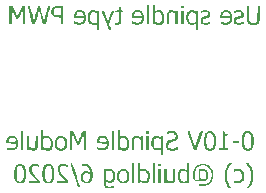
<source format=gbr>
G04 DipTrace 4.0.0.2*
G04 BottomSilk.gbr*
%MOIN*%
G04 #@! TF.FileFunction,Legend,Bot*
G04 #@! TF.Part,Single*
%FSLAX26Y26*%
G04*
G70*
G90*
G75*
G01*
G04 BotSilk*
%LPD*%
G36*
X706631Y611452D2*
Y570507D1*
X713717D1*
Y573657D1*
X714559Y574183D1*
X715292Y574444D1*
X717654Y572082D1*
X722379Y569720D1*
X724741Y568933D1*
X731827D1*
X734190Y569720D1*
X737339Y571295D1*
X741276Y575232D1*
X743639Y579956D1*
X744426Y582318D1*
X745213Y585468D1*
Y601216D1*
X743639Y605941D1*
X742064Y609090D1*
X740489Y611452D1*
X736552Y615389D1*
X731827Y617752D1*
X729465Y618539D1*
X721591D1*
X716867Y616964D1*
X715292Y616177D1*
X714457Y615322D1*
X714049Y615449D1*
X713717Y616177D1*
Y636649D1*
X706631D1*
Y611452D1*
X720016D1*
X722904Y612240D1*
X725791D1*
X728678Y611452D1*
X731040Y610665D1*
X731827Y609878D1*
X733402Y609090D1*
X734037Y608074D1*
X734190Y607515D1*
X735764Y605153D1*
X736552Y603578D1*
X737339Y600429D1*
X738127Y599641D1*
Y587043D1*
X737339Y586256D1*
X736552Y583106D1*
X735764Y581531D1*
Y580744D1*
X732615Y577594D1*
X730253Y576807D1*
X727628Y576019D1*
X725003D1*
X722379Y576807D1*
X720016Y577594D1*
X715292Y579956D1*
X713717Y581531D1*
Y609090D1*
X716867Y610665D1*
X720016Y611452D1*
X706631D1*
G37*
G36*
X960961D2*
Y570507D1*
X968048D1*
Y573657D1*
X968889Y574183D1*
X969623Y574444D1*
X971985Y572082D1*
X976709Y569720D1*
X979072Y568933D1*
X986158D1*
X988520Y569720D1*
X991670Y571295D1*
X995607Y575232D1*
X997969Y579956D1*
X998757Y582318D1*
X999544Y585468D1*
Y601216D1*
X997969Y605941D1*
X996394Y609090D1*
X994820Y611452D1*
X990883Y615389D1*
X986158Y617752D1*
X983796Y618539D1*
X975922D1*
X971198Y616964D1*
X969623Y616177D1*
X968788Y615322D1*
X968380Y615449D1*
X968048Y616177D1*
Y636649D1*
X960961D1*
Y611452D1*
X974347D1*
X977234Y612240D1*
X980121D1*
X983009Y611452D1*
X985371Y610665D1*
X986158Y609878D1*
X987733Y609090D1*
X988367Y608074D1*
X988520Y607515D1*
X990095Y605153D1*
X990883Y603578D1*
X991670Y600429D1*
X992457Y599641D1*
Y587043D1*
X991670Y586256D1*
X990883Y583106D1*
X990095Y581531D1*
Y580744D1*
X986946Y577594D1*
X984583Y576807D1*
X981959Y576019D1*
X979334D1*
X976709Y576807D1*
X974347Y577594D1*
X969623Y579956D1*
X968048Y581531D1*
Y609090D1*
X971198Y610665D1*
X974347Y611452D1*
X960961D1*
G37*
G36*
X638914Y635862D2*
Y570507D1*
X646001D1*
Y635862D1*
X638914D1*
G37*
G36*
X941276D2*
Y570507D1*
X948363D1*
Y635862D1*
X941276D1*
G37*
G36*
X1136552Y634287D2*
X1131827Y633500D1*
X1128678Y632712D1*
X1126316Y631925D1*
X1124741Y631137D1*
X1123953Y630350D1*
Y620901D1*
X1127103Y623263D1*
X1127890Y624051D1*
X1131040Y625626D1*
X1133402Y626413D1*
X1139701Y627988D1*
X1142851D1*
X1146001Y627200D1*
X1148363Y626413D1*
X1149938Y625626D1*
X1153875Y621689D1*
Y620901D1*
X1154662Y620114D1*
Y614602D1*
X1153875Y613815D1*
Y612240D1*
X1150725Y609090D1*
X1149150Y608303D1*
X1144426Y606728D1*
X1134977Y604366D1*
X1130253Y602791D1*
X1128678Y602004D1*
X1126316Y600429D1*
X1123953Y598067D1*
X1121591Y593342D1*
X1120804Y588618D1*
Y587043D1*
X1121591Y583106D1*
X1122379Y580744D1*
X1123953Y577594D1*
X1126316Y574444D1*
X1129465Y572082D1*
X1132615Y570507D1*
X1134977Y569720D1*
X1138127Y568933D1*
X1148363D1*
X1153087Y569720D1*
X1157812Y571295D1*
X1161749Y572870D1*
X1162536Y573657D1*
Y583893D1*
X1159387Y580744D1*
X1153087Y577594D1*
X1148363Y576019D1*
X1144951Y575232D1*
X1141539D1*
X1138127Y576019D1*
X1135764Y576807D1*
X1132615Y578381D1*
X1130253Y580744D1*
Y581531D1*
X1129465Y583893D1*
X1128678Y584681D1*
Y587830D1*
X1129465Y588618D1*
X1131040Y592555D1*
X1131193Y593113D1*
X1131827Y594130D1*
X1134977Y595704D1*
X1139701Y597279D1*
X1149150Y599641D1*
X1151513Y600429D1*
X1156237Y602791D1*
X1160174Y606728D1*
X1161749Y609878D1*
X1162536Y613027D1*
Y619326D1*
X1161749Y622476D1*
X1160174Y625626D1*
X1154662Y631137D1*
X1151513Y632712D1*
X1149150Y633500D1*
X1146001Y634287D1*
X1136552D1*
G37*
G36*
X1254662Y627200D2*
X1253875Y626413D1*
X1252300Y623263D1*
X1250725Y618539D1*
X1249938Y614602D1*
X1249150Y607515D1*
Y594917D1*
X1249938Y588618D1*
X1250725Y584681D1*
X1252300Y579956D1*
X1253875Y576807D1*
X1255450Y574444D1*
X1257812Y572082D1*
X1260174Y570507D1*
X1264898Y568933D1*
X1272772D1*
X1275922Y569720D1*
X1279072Y571295D1*
X1283009Y575232D1*
X1284583Y577594D1*
X1285371Y579169D1*
X1286946Y583893D1*
X1287733Y587043D1*
X1288520Y591767D1*
Y611452D1*
X1287733Y616177D1*
X1286946Y619326D1*
X1285371Y624051D1*
X1283796Y627200D1*
X1279072Y631925D1*
X1275922Y633500D1*
X1272772Y634287D1*
X1265686D1*
X1262536Y633500D1*
X1257812Y631137D1*
X1255450Y628775D1*
X1254662Y627200D1*
X1264898D1*
X1267523Y627988D1*
X1270148D1*
X1272772Y627200D1*
X1275922Y625626D1*
X1276556Y624609D1*
X1276709Y624051D1*
X1278284Y621689D1*
X1279072Y619326D1*
X1279859Y615389D1*
X1280646Y614602D1*
Y588618D1*
X1279859Y587830D1*
X1279072Y583893D1*
X1278284Y581531D1*
X1276709Y579169D1*
X1276451Y578214D1*
X1275922Y577594D1*
X1272772Y576019D1*
X1270410Y575232D1*
X1268048D1*
X1263324Y576807D1*
X1260174Y579956D1*
Y580744D1*
X1259387Y582318D1*
X1258599Y585468D1*
X1257812Y590980D1*
X1257024Y591767D1*
Y611452D1*
X1257812Y612240D1*
X1258599Y617752D1*
X1259387Y620901D1*
X1260174Y622476D1*
Y623263D1*
X1263324Y626413D1*
X1264898Y627200D1*
X1254662D1*
G37*
G36*
X1380646D2*
X1379859Y626413D1*
X1378284Y623263D1*
X1376709Y618539D1*
X1375922Y614602D1*
X1375135Y607515D1*
Y594917D1*
X1375922Y588618D1*
X1376709Y584681D1*
X1378284Y579956D1*
X1379859Y576807D1*
X1381434Y574444D1*
X1383796Y572082D1*
X1386158Y570507D1*
X1390883Y568933D1*
X1398757D1*
X1401906Y569720D1*
X1405056Y571295D1*
X1408993Y575232D1*
X1410568Y577594D1*
X1411355Y579169D1*
X1412930Y583893D1*
X1413717Y587043D1*
X1414505Y591767D1*
Y611452D1*
X1413717Y616177D1*
X1412930Y619326D1*
X1411355Y624051D1*
X1409780Y627200D1*
X1405056Y631925D1*
X1401906Y633500D1*
X1398757Y634287D1*
X1391670D1*
X1388520Y633500D1*
X1383796Y631137D1*
X1381434Y628775D1*
X1380646Y627200D1*
X1390883D1*
X1393507Y627988D1*
X1396132D1*
X1398757Y627200D1*
X1401906Y625626D1*
X1402541Y624609D1*
X1402694Y624051D1*
X1404268Y621689D1*
X1405056Y619326D1*
X1405843Y615389D1*
X1406631Y614602D1*
Y588618D1*
X1405843Y587830D1*
X1405056Y583893D1*
X1404268Y581531D1*
X1402694Y579169D1*
X1402435Y578214D1*
X1401906Y577594D1*
X1398757Y576019D1*
X1396394Y575232D1*
X1394032D1*
X1389308Y576807D1*
X1386158Y579956D1*
Y580744D1*
X1385371Y582318D1*
X1384583Y585468D1*
X1383796Y590980D1*
X1383009Y591767D1*
Y611452D1*
X1383796Y612240D1*
X1384583Y617752D1*
X1385371Y620901D1*
X1386158Y622476D1*
Y623263D1*
X1389308Y626413D1*
X1390883Y627200D1*
X1380646D1*
G37*
G36*
X802694Y632712D2*
Y570507D1*
X809780D1*
Y623263D1*
X810368Y623769D1*
X810776Y623723D1*
X811318Y623185D1*
X811740Y622461D1*
X812142Y621689D1*
X812930Y619326D1*
X815292Y614602D1*
X816079Y612240D1*
X818442Y607515D1*
X819229Y605153D1*
X821591Y600429D1*
X822379Y598067D1*
X824741Y593342D1*
X825528Y590980D1*
X827103Y587830D1*
X831827D1*
X834977Y594130D1*
X835764Y596492D1*
X837339Y599641D1*
X838127Y602004D1*
X840489Y606728D1*
X841276Y609090D1*
X843639Y613815D1*
X844426Y616177D1*
X846788Y620901D1*
X847576Y623263D1*
X848164Y623769D1*
X848572Y623723D1*
X849150Y623263D1*
Y570507D1*
X855450D1*
Y632712D1*
X845213D1*
X844426Y631925D1*
X843639Y629563D1*
X840489Y623263D1*
X839701Y620901D1*
X837339Y616177D1*
X836552Y613815D1*
X833402Y607515D1*
X832615Y605153D1*
X830253Y600429D1*
Y598854D1*
X829293Y598032D1*
X828382Y598134D1*
X827890Y598854D1*
Y600429D1*
X826316Y603578D1*
X825528Y605941D1*
X823166Y610665D1*
X822379Y613027D1*
X820804Y616177D1*
X820016Y618539D1*
X818442Y621689D1*
X817654Y624051D1*
X815292Y628775D1*
X814505Y631137D1*
X813717Y632712D1*
X802694D1*
G37*
G36*
X1056237D2*
Y625626D1*
X1064898D1*
Y632712D1*
X1056237D1*
G37*
G36*
X1194032D2*
Y631137D1*
X1200331Y612240D1*
X1201119Y610665D1*
X1207418Y591767D1*
X1208205Y590193D1*
X1214505Y571295D1*
X1215292Y570507D1*
X1223953D1*
X1230253Y589405D1*
X1231040Y590980D1*
X1237339Y609878D1*
X1238127Y611452D1*
X1244426Y630350D1*
X1245213Y631925D1*
Y632712D1*
X1237339D1*
X1236552Y631925D1*
X1220016Y582318D1*
X1219817Y581390D1*
X1219183Y580671D1*
X1218777Y580802D1*
X1218270Y581669D1*
X1218442Y582318D1*
X1201906Y631925D1*
X1201119Y632712D1*
X1194032D1*
G37*
G36*
X1311355D2*
Y576807D1*
X1300331Y576019D1*
Y570507D1*
X1329465D1*
Y576019D1*
X1318442Y576807D1*
Y618539D1*
X1329465Y619326D1*
Y624051D1*
X1324741Y624838D1*
X1321591Y625626D1*
X1320016Y626413D1*
X1317654Y628775D1*
Y630350D1*
X1316867Y632712D1*
X1311355D1*
G37*
G36*
X594032Y612240D2*
X593245Y611452D1*
X591670Y609090D1*
X590883Y606728D1*
X590095Y603578D1*
Y593342D1*
X622379Y592555D1*
Y587043D1*
X621591Y586256D1*
X620804Y583893D1*
Y583106D1*
X616867Y579169D1*
X613717Y577594D1*
X611355Y576807D1*
X608205Y576019D1*
X605056D1*
X598757Y577594D1*
X596394Y578381D1*
X591670Y580744D1*
X590883Y581531D1*
Y573657D1*
X591670Y572870D1*
X595607Y571295D1*
X601906Y569720D1*
X611355D1*
X614505Y570507D1*
X616867Y571295D1*
X621591Y573657D1*
X625528Y577594D1*
X627103Y579956D1*
X627890Y581531D1*
X629465Y586256D1*
X630253Y593342D1*
Y594130D1*
X629465Y601216D1*
X627890Y605941D1*
X626316Y609090D1*
X624741Y611452D1*
X622379Y613815D1*
X619229Y616177D1*
X617654Y616964D1*
X615292Y617752D1*
X612142Y618539D1*
X604268D1*
X601119Y617752D1*
X597969Y616177D1*
X594032Y612240D1*
X604268D1*
X607156Y613027D1*
X610043D1*
X612930Y612240D1*
X615292Y611452D1*
X616867Y610665D1*
X620804Y606728D1*
Y605941D1*
X621591Y603578D1*
X622379Y602791D1*
Y599641D1*
X613717Y598854D1*
X605056D1*
X596394Y599641D1*
Y601216D1*
X597182Y602004D1*
X597969Y605941D1*
X598757Y607515D1*
Y608303D1*
X601119Y610665D1*
X604268Y612240D1*
X594032D1*
G37*
G36*
X756237Y611452D2*
Y610665D1*
X754662Y609090D1*
X753087Y605941D1*
X752300Y603578D1*
X751513Y600429D1*
Y587043D1*
X752300Y583893D1*
X753087Y581531D1*
X755450Y576807D1*
X760174Y572082D1*
X764898Y569720D1*
X768048Y568933D1*
X775922D1*
X779072Y569720D1*
X781434Y570507D1*
X783796Y572082D1*
X788520Y576807D1*
X790095Y579169D1*
X790883Y581531D1*
X791670Y583106D1*
X792457Y586256D1*
Y601216D1*
X791670Y604366D1*
X790883Y606728D1*
X790095Y608303D1*
X788520Y610665D1*
X783796Y615389D1*
X779072Y617752D1*
X775922Y618539D1*
X768048D1*
X764898Y617752D1*
X760174Y615389D1*
X756237Y611452D1*
X768048D1*
X770673Y612240D1*
X773297D1*
X775922Y611452D1*
X778284Y610665D1*
X779859Y609878D1*
X782221Y607515D1*
Y606728D1*
X783796Y603578D1*
X784583Y601216D1*
X785371Y600429D1*
Y587830D1*
X784583Y587043D1*
X783796Y583893D1*
X782221Y580744D1*
Y579956D1*
X779859Y577594D1*
X778284Y576807D1*
X775922Y576019D1*
X773297Y575232D1*
X770673D1*
X768048Y576019D1*
X765686Y576807D1*
X764898Y577594D1*
X763324Y578381D1*
X762390Y579267D1*
X762536Y579956D1*
X760961Y582318D1*
X760174Y584681D1*
X759387Y587830D1*
X758599Y588618D1*
Y598854D1*
X759387Y599641D1*
X760174Y602791D1*
X760961Y605153D1*
X762536Y607515D1*
X762689Y608074D1*
X763324Y609090D1*
X768048Y611452D1*
X756237D1*
G37*
G36*
X896394Y612240D2*
X895607Y611452D1*
X894032Y609090D1*
X893245Y606728D1*
X892457Y603578D1*
Y593342D1*
X924741Y592555D1*
Y587043D1*
X923953Y586256D1*
X923166Y583893D1*
Y583106D1*
X919229Y579169D1*
X916079Y577594D1*
X913717Y576807D1*
X910568Y576019D1*
X907418D1*
X901119Y577594D1*
X898757Y578381D1*
X894032Y580744D1*
X893245Y581531D1*
Y573657D1*
X894032Y572870D1*
X897969Y571295D1*
X904268Y569720D1*
X913717D1*
X916867Y570507D1*
X919229Y571295D1*
X923953Y573657D1*
X927890Y577594D1*
X929465Y579956D1*
X930253Y581531D1*
X931827Y586256D1*
X932615Y593342D1*
Y594130D1*
X931827Y601216D1*
X930253Y605941D1*
X928678Y609090D1*
X927103Y611452D1*
X924741Y613815D1*
X921591Y616177D1*
X920016Y616964D1*
X917654Y617752D1*
X914505Y618539D1*
X906631D1*
X903481Y617752D1*
X900331Y616177D1*
X896394Y612240D1*
X906631D1*
X909518Y613027D1*
X912405D1*
X915292Y612240D1*
X917654Y611452D1*
X919229Y610665D1*
X923166Y606728D1*
Y605941D1*
X923953Y603578D1*
X924741Y602791D1*
Y599641D1*
X916079Y598854D1*
X907418D1*
X898757Y599641D1*
Y601216D1*
X899544Y602004D1*
X900331Y605941D1*
X901119Y607515D1*
Y608303D1*
X903481Y610665D1*
X906631Y612240D1*
X896394D1*
G37*
G36*
X1020016Y618539D2*
X1016867Y617752D1*
X1015292Y616964D1*
X1011355Y613027D1*
X1009780Y609878D1*
X1008993Y607515D1*
Y570507D1*
X1015292D1*
X1016079Y598067D1*
X1016867Y605941D1*
Y607515D1*
X1019229Y609878D1*
X1020804Y610665D1*
X1023429Y611452D1*
X1026053D1*
X1028678Y610665D1*
X1031040Y609878D1*
X1032615Y609090D1*
X1033402Y608303D1*
X1034977Y607515D1*
X1037339Y605153D1*
Y570507D1*
X1044426D1*
Y616964D1*
X1037339D1*
Y613027D1*
X1036504Y612172D1*
X1036097Y612300D1*
X1035764Y613027D1*
X1034190Y614602D1*
X1031827Y616177D1*
X1028678Y617752D1*
X1025528Y618539D1*
X1020016D1*
G37*
G36*
X1076709Y610665D2*
X1076451Y609710D1*
X1075922Y609090D1*
X1075135Y607515D1*
X1074347Y605153D1*
X1073560Y602004D1*
Y588618D1*
X1074347Y585468D1*
X1075135Y583106D1*
X1077497Y578381D1*
X1079072Y576019D1*
X1081434Y573657D1*
X1083796Y572082D1*
X1086946Y570507D1*
X1089308Y569720D1*
X1097182D1*
X1101906Y571295D1*
X1103481Y572082D1*
X1104069Y572588D1*
X1104477Y572542D1*
X1105056Y572082D1*
Y553185D1*
X1112142D1*
Y616964D1*
X1105056D1*
Y613815D1*
X1104096Y612993D1*
X1103481Y613027D1*
X1101119Y615389D1*
X1096394Y617752D1*
X1093245Y618539D1*
X1086946D1*
X1084583Y617752D1*
X1081434Y616177D1*
X1077497Y612240D1*
X1076709Y610665D1*
X1088520D1*
X1091145Y611452D1*
X1093770D1*
X1096394Y610665D1*
X1098757Y609878D1*
X1101906Y608303D1*
X1102694Y607515D1*
X1104268Y606728D1*
X1105056Y605941D1*
Y579169D1*
X1104268Y578381D1*
X1099544Y576807D1*
X1096394Y576019D1*
X1093245D1*
X1090095Y576807D1*
X1086946Y578381D1*
X1083009Y582318D1*
Y583106D1*
X1082221Y585468D1*
X1081434Y588618D1*
X1080646Y589405D1*
Y598854D1*
X1081434Y599641D1*
X1082221Y603578D1*
X1083009Y605941D1*
Y606728D1*
X1085371Y609090D1*
X1088520Y610665D1*
X1076709D1*
G37*
G36*
X658599Y616964D2*
Y570507D1*
X665686D1*
Y574444D1*
X666274Y574950D1*
X666682Y574904D1*
X667252Y574421D1*
X668048Y573657D1*
X671198Y571295D1*
X674347Y569720D1*
X677497Y568933D1*
X683796D1*
X686158Y569720D1*
X687733Y570507D1*
X692457Y575232D1*
X693245Y576807D1*
X694032Y579169D1*
X694820Y583106D1*
Y616964D1*
X687733D1*
X686946Y583893D1*
X686158Y580744D1*
Y579956D1*
X683796Y577594D1*
X682221Y576807D1*
X679597Y576019D1*
X676972D1*
X674347Y576807D1*
X668048Y579956D1*
X667261Y580744D1*
X665686Y581531D1*
Y616964D1*
X658599D1*
G37*
G36*
X1057024D2*
Y570507D1*
X1064111D1*
Y616964D1*
X1057024D1*
G37*
G36*
X1344426Y601216D2*
Y594130D1*
X1367261D1*
Y601216D1*
X1344426D1*
G37*
G36*
X1029465Y502004D2*
Y461059D1*
X1036552D1*
Y464208D1*
X1037393Y464734D1*
X1038127Y464996D1*
X1040489Y462633D1*
X1045213Y460271D1*
X1047576Y459484D1*
X1054662D1*
X1057024Y460271D1*
X1060174Y461846D1*
X1064111Y465783D1*
X1066473Y470507D1*
X1067261Y472870D1*
X1068048Y476019D1*
Y491767D1*
X1066473Y496492D1*
X1064898Y499641D1*
X1063324Y502004D1*
X1059387Y505941D1*
X1054662Y508303D1*
X1052300Y509090D1*
X1044426D1*
X1039701Y507515D1*
X1038127Y506728D1*
X1037292Y505873D1*
X1036884Y506001D1*
X1036552Y506728D1*
Y527200D1*
X1029465D1*
Y502004D1*
X1042851D1*
X1045738Y502791D1*
X1048625D1*
X1051513Y502004D1*
X1053875Y501216D1*
X1054662Y500429D1*
X1056237Y499641D1*
X1056871Y498625D1*
X1057024Y498067D1*
X1058599Y495704D1*
X1059387Y494130D1*
X1060174Y490980D1*
X1060961Y490193D1*
Y477594D1*
X1060174Y476807D1*
X1059387Y473657D1*
X1058599Y472082D1*
Y471295D1*
X1055450Y468145D1*
X1053087Y467358D1*
X1050463Y466570D1*
X1047838D1*
X1045213Y467358D1*
X1042851Y468145D1*
X1038127Y470507D1*
X1036552Y472082D1*
Y499641D1*
X1039701Y501216D1*
X1042851Y502004D1*
X1029465D1*
G37*
G36*
X804268Y526413D2*
Y524838D1*
X806631Y517752D1*
X807418Y514602D1*
X810568Y505153D1*
X811355Y502004D1*
X813717Y494917D1*
X814505Y491767D1*
X817654Y482318D1*
X818442Y479169D1*
X820804Y472082D1*
X821591Y468933D1*
X824741Y459484D1*
X825528Y456334D1*
X827890Y449248D1*
X828678Y447673D1*
X834977D1*
X834190Y450822D1*
X831040Y460271D1*
X830253Y463421D1*
X827890Y470507D1*
X827103Y473657D1*
X824741Y480744D1*
X823953Y483893D1*
X821591Y490980D1*
X820804Y494130D1*
X818442Y501216D1*
X817654Y504366D1*
X814505Y513815D1*
X813717Y516964D1*
X810568Y526413D1*
X804268D1*
G37*
G36*
X1009780D2*
Y461059D1*
X1016867D1*
Y526413D1*
X1009780D1*
G37*
G36*
X1077497D2*
Y461059D1*
X1084583D1*
Y526413D1*
X1077497D1*
G37*
G36*
X1164898Y501216D2*
X1164640Y500261D1*
X1164111Y499641D1*
X1163324Y498067D1*
X1162536Y495704D1*
X1161749Y491767D1*
Y478381D1*
X1162536Y475232D1*
X1163324Y472870D1*
X1165686Y468145D1*
X1167261Y465783D1*
X1169623Y463421D1*
X1171985Y461846D1*
X1175135Y460271D1*
X1177497Y459484D1*
X1184583D1*
X1187733Y460271D1*
X1190883Y461846D1*
X1191932Y462633D1*
X1192982D1*
X1194032Y461846D1*
Y461059D1*
X1200331D1*
Y526413D1*
X1193245D1*
Y504366D1*
X1192285Y503544D1*
X1191670Y503578D1*
X1189308Y505941D1*
X1184583Y508303D1*
X1182221Y509090D1*
X1175135D1*
X1172772Y508303D1*
X1169623Y506728D1*
X1166473Y503578D1*
X1164898Y501216D1*
X1176709D1*
X1179334Y502004D1*
X1181959D1*
X1184583Y501216D1*
X1186946Y500429D1*
X1191670Y498067D1*
X1193245Y496492D1*
Y468933D1*
X1190095Y467358D1*
X1186946Y466570D1*
X1184058Y465783D1*
X1181171D1*
X1178284Y466570D1*
X1173560Y468933D1*
X1172626Y469818D1*
X1172772Y470507D1*
X1171198Y472870D1*
X1170410Y475232D1*
X1169623Y478381D1*
X1168835Y479169D1*
Y489405D1*
X1169623Y490193D1*
X1170410Y494130D1*
X1171198Y496492D1*
Y497279D1*
X1173560Y499641D1*
X1176709Y501216D1*
X1164898D1*
G37*
G36*
X1332615Y526413D2*
X1331827Y525626D1*
X1327103Y519326D1*
X1326316Y517752D1*
X1324741Y515389D1*
X1321591Y509090D1*
X1320804Y506728D1*
X1320016Y505153D1*
X1319229Y502791D1*
X1318442Y499641D1*
X1317654Y495704D1*
Y474444D1*
X1318442Y470507D1*
X1319229Y467358D1*
X1320016Y464996D1*
X1320804Y463421D1*
X1321591Y461059D1*
X1324741Y454759D1*
X1326316Y452397D1*
X1327103Y450822D1*
X1328678Y448460D1*
X1331040Y445311D1*
X1332615Y443736D1*
X1342064D1*
X1335764Y450822D1*
X1333402Y453972D1*
X1331827Y456334D1*
X1328678Y462633D1*
X1326316Y469720D1*
X1325528Y472870D1*
X1324741Y477594D1*
X1323953Y478381D1*
Y491767D1*
X1324741Y492555D1*
X1325528Y497279D1*
X1326316Y500429D1*
X1328678Y507515D1*
X1331827Y513815D1*
X1333402Y516177D1*
X1335764Y519326D1*
X1342064Y526413D1*
X1332615D1*
G37*
G36*
X1389308D2*
X1392457Y523263D1*
Y522476D1*
X1396394Y517752D1*
X1397969Y515389D1*
X1398757Y513815D1*
X1400331Y511452D1*
X1401119Y509878D1*
X1401906Y507515D1*
X1402694Y505941D1*
X1404268Y501216D1*
X1405056Y498067D1*
X1405843Y494130D1*
X1406631Y493342D1*
Y476019D1*
X1405843Y475232D1*
X1405056Y471295D1*
X1402694Y464208D1*
X1401906Y462633D1*
X1401119Y460271D1*
X1400331Y458696D1*
X1398757Y456334D1*
X1397969Y454759D1*
X1396394Y452397D1*
X1392457Y447673D1*
X1389308Y443736D1*
X1397969D1*
X1400331Y446098D1*
X1405056Y453185D1*
X1405843Y454759D1*
X1407418Y457122D1*
X1408993Y460271D1*
X1409780Y462633D1*
X1410568Y464208D1*
X1411355Y466570D1*
X1412930Y472870D1*
X1413717Y479169D1*
Y490980D1*
X1412930Y496492D1*
X1412142Y500429D1*
X1411355Y503578D1*
X1410568Y505941D1*
X1409780Y507515D1*
X1408993Y509878D1*
X1407418Y513027D1*
X1405843Y515389D1*
X1404268Y518539D1*
X1402694Y520901D1*
X1400331Y524051D1*
X1397969Y526413D1*
X1389308D1*
G37*
G36*
X621591Y517752D2*
X620804Y516964D1*
X619229Y513815D1*
X617654Y509090D1*
X616867Y505153D1*
X616079Y498067D1*
Y485468D1*
X616867Y479169D1*
X617654Y475232D1*
X619229Y470507D1*
X620804Y467358D1*
X622379Y464996D1*
X624741Y462633D1*
X627103Y461059D1*
X631827Y459484D1*
X639701D1*
X642851Y460271D1*
X646001Y461846D1*
X649938Y465783D1*
X651513Y468145D1*
X652300Y469720D1*
X653875Y474444D1*
X654662Y477594D1*
X655450Y482318D1*
Y502004D1*
X654662Y506728D1*
X653875Y509878D1*
X652300Y514602D1*
X650725Y517752D1*
X646001Y522476D1*
X642851Y524051D1*
X639701Y524838D1*
X632615D1*
X629465Y524051D1*
X624741Y521689D1*
X622379Y519326D1*
X621591Y517752D1*
X631827D1*
X634452Y518539D1*
X637077D1*
X639701Y517752D1*
X642851Y516177D1*
X643485Y515160D1*
X643639Y514602D1*
X645213Y512240D1*
X646001Y509878D1*
X646788Y505941D1*
X647576Y505153D1*
Y479169D1*
X646788Y478381D1*
X646001Y474444D1*
X645213Y472082D1*
X643639Y469720D1*
X643380Y468765D1*
X642851Y468145D1*
X639701Y466570D1*
X637339Y465783D1*
X634977D1*
X630253Y467358D1*
X627103Y470507D1*
Y471295D1*
X626316Y472870D1*
X625528Y476019D1*
X624741Y481531D1*
X623953Y482318D1*
Y502004D1*
X624741Y502791D1*
X625528Y508303D1*
X626316Y511452D1*
X627103Y513027D1*
Y513815D1*
X630253Y516964D1*
X631827Y517752D1*
X621591D1*
G37*
G36*
X680646Y524838D2*
X677497Y524051D1*
X675135Y523263D1*
X673560Y522476D1*
X668835Y517752D1*
X667261Y514602D1*
X666473Y512240D1*
Y502791D1*
X667261Y499641D1*
X670410Y493342D1*
X671985Y490980D1*
X675135Y487043D1*
X694032Y468145D1*
X664111Y467358D1*
Y461059D1*
X701906D1*
Y468933D1*
X686158Y485468D1*
X681434Y490980D1*
X679072Y494130D1*
X677497Y496492D1*
X675922Y499641D1*
X675135Y502004D1*
X674347Y502791D1*
Y511452D1*
X675135Y512240D1*
X675922Y513815D1*
X676075Y514373D1*
X676709Y515389D1*
X678284Y516177D1*
X679072Y516964D1*
X681434Y517752D1*
X684058Y518539D1*
X686683D1*
X689308Y517752D1*
X692457Y516964D1*
X694820Y516177D1*
X697969Y514602D1*
X698757Y513815D1*
X700331Y513027D1*
Y520901D1*
X699544Y521689D1*
X697969Y522476D1*
X695607Y523263D1*
X689308Y524838D1*
X680646D1*
G37*
G36*
X716079Y517752D2*
X715292Y516964D1*
X713717Y513815D1*
X712142Y509090D1*
X711355Y505153D1*
X710568Y498067D1*
Y485468D1*
X711355Y479169D1*
X712142Y475232D1*
X713717Y470507D1*
X715292Y467358D1*
X716867Y464996D1*
X719229Y462633D1*
X721591Y461059D1*
X726316Y459484D1*
X734190D1*
X737339Y460271D1*
X740489Y461846D1*
X744426Y465783D1*
X746001Y468145D1*
X746788Y469720D1*
X748363Y474444D1*
X749150Y477594D1*
X749938Y482318D1*
Y502004D1*
X749150Y506728D1*
X748363Y509878D1*
X746788Y514602D1*
X745213Y517752D1*
X740489Y522476D1*
X737339Y524051D1*
X734190Y524838D1*
X727103D1*
X723953Y524051D1*
X719229Y521689D1*
X716867Y519326D1*
X716079Y517752D1*
X726316D1*
X728940Y518539D1*
X731565D1*
X734190Y517752D1*
X737339Y516177D1*
X737974Y515160D1*
X738127Y514602D1*
X739701Y512240D1*
X740489Y509878D1*
X741276Y505941D1*
X742064Y505153D1*
Y479169D1*
X741276Y478381D1*
X740489Y474444D1*
X739701Y472082D1*
X738127Y469720D1*
X737868Y468765D1*
X737339Y468145D1*
X734190Y466570D1*
X731827Y465783D1*
X729465D1*
X724741Y467358D1*
X721591Y470507D1*
Y471295D1*
X720804Y472870D1*
X720016Y476019D1*
X719229Y481531D1*
X718442Y482318D1*
Y502004D1*
X719229Y502791D1*
X720016Y508303D1*
X720804Y511452D1*
X721591Y513027D1*
Y513815D1*
X724741Y516964D1*
X726316Y517752D1*
X716079D1*
G37*
G36*
X775135Y524838D2*
X771985Y524051D1*
X769623Y523263D1*
X768048Y522476D1*
X763324Y517752D1*
X761749Y514602D1*
X760961Y512240D1*
Y502791D1*
X761749Y499641D1*
X764898Y493342D1*
X766473Y490980D1*
X769623Y487043D1*
X788520Y468145D1*
X758599Y467358D1*
Y461059D1*
X796394D1*
Y468933D1*
X780646Y485468D1*
X775922Y490980D1*
X773560Y494130D1*
X771985Y496492D1*
X770410Y499641D1*
X769623Y502004D1*
X768835Y502791D1*
Y511452D1*
X769623Y512240D1*
X770410Y513815D1*
X770563Y514373D1*
X771198Y515389D1*
X772772Y516177D1*
X773560Y516964D1*
X775922Y517752D1*
X778547Y518539D1*
X781171D1*
X783796Y517752D1*
X786946Y516964D1*
X789308Y516177D1*
X792457Y514602D1*
X793245Y513815D1*
X794820Y513027D1*
Y520901D1*
X794032Y521689D1*
X792457Y522476D1*
X790095Y523263D1*
X783796Y524838D1*
X775135D1*
G37*
G36*
X841276Y493342D2*
X839701Y491767D1*
X838914Y490193D1*
X838127Y487830D1*
X837339Y483106D1*
Y479169D1*
X838127Y474444D1*
X838914Y472082D1*
X841276Y467358D1*
X846001Y462633D1*
X850725Y460271D1*
X853875Y459484D1*
X860961D1*
X865686Y461059D1*
X867261Y461846D1*
X872772Y467358D1*
X875135Y472082D1*
X876709Y476807D1*
X877497Y481531D1*
Y495704D1*
X876709Y500429D1*
X875922Y504366D1*
X875135Y506728D1*
X874347Y508303D1*
X873560Y510665D1*
X871985Y513027D1*
X871198Y514602D1*
X864898Y520901D1*
X860174Y523263D1*
X857812Y524051D1*
X854662Y524838D1*
X845213D1*
X842851Y524051D1*
Y516964D1*
X843639D1*
X846001Y517752D1*
X849150Y518539D1*
X852300D1*
X855450Y517752D1*
X857812Y516964D1*
X860961Y515389D1*
X865686Y510665D1*
Y509878D1*
X867261Y506728D1*
X868048Y504366D1*
X868835Y500429D1*
X869623Y499641D1*
Y497279D1*
X868663Y496457D1*
X868048Y496492D1*
X866473Y498067D1*
X864898Y498854D1*
X862536Y499641D1*
X859387Y500429D1*
X851513D1*
X846788Y498854D1*
X844426Y497279D1*
X841276Y494130D1*
Y493342D1*
X853087D1*
X856237Y494130D1*
X859387D1*
X862536Y493342D1*
X867261Y491767D1*
X868835Y490980D1*
X869623Y490193D1*
Y479169D1*
X868835Y478381D1*
X868048Y475232D1*
X867261Y472870D1*
X865686Y470507D1*
X865427Y469552D1*
X864898Y468933D1*
X863324Y468145D1*
X862536Y467358D1*
X860961Y466570D1*
X858337Y465783D1*
X855712D1*
X853087Y466570D1*
X849938Y468145D1*
X847576Y470507D1*
Y471295D1*
X846788Y472870D1*
X846001Y476019D1*
X845213Y476807D1*
Y483893D1*
X846001Y484681D1*
X846788Y487830D1*
Y488618D1*
X849938Y491767D1*
X853087Y493342D1*
X841276D1*
G37*
G36*
X1260174Y473657D2*
X1260327Y474215D1*
X1260961Y475232D1*
X1261749Y476807D1*
X1262536Y479956D1*
X1263324Y484681D1*
Y490193D1*
X1262536Y494917D1*
X1261749Y497279D1*
X1260174Y500429D1*
X1258599Y502791D1*
X1257024Y504366D1*
X1253875Y506728D1*
X1252300Y507515D1*
X1249938Y508303D1*
X1243639D1*
X1238914Y506728D1*
X1237954Y505906D1*
X1237041Y506007D1*
X1236295Y506919D1*
X1236552Y507515D1*
X1231040D1*
Y472082D1*
X1227366Y471295D1*
X1223691D1*
X1220016Y472082D1*
Y472870D1*
X1219229Y475232D1*
X1218442Y479169D1*
X1217654Y479956D1*
Y496492D1*
X1218442Y497279D1*
X1219229Y500429D1*
X1220804Y505153D1*
X1221591Y506728D1*
X1223166Y509090D1*
Y509878D1*
X1228678Y515389D1*
X1233402Y517752D1*
X1235764Y518539D1*
X1238914Y519326D1*
X1242851Y520114D1*
X1246788D1*
X1250725Y519326D1*
X1253875Y518539D1*
X1256237Y517752D1*
X1260961Y515389D1*
X1263324Y513027D1*
X1264898Y512240D1*
X1265533Y511223D1*
X1265686Y510665D1*
X1268835Y506728D1*
X1270410Y504366D1*
X1271198Y502791D1*
X1272772Y498067D1*
X1273560Y494130D1*
X1274347Y493342D1*
Y483106D1*
X1273560Y482318D1*
X1272772Y477594D1*
X1271198Y472870D1*
X1270410Y471295D1*
X1268835Y468933D1*
Y468145D1*
X1262536Y461846D1*
X1260961Y461059D1*
X1260174Y460271D1*
X1257024Y458696D1*
X1254662Y457909D1*
X1250725Y457122D1*
X1246263Y456334D1*
X1241801D1*
X1237339Y457122D1*
X1231827Y457909D1*
X1231040D1*
Y453185D1*
X1232615Y452397D1*
X1238127Y451610D1*
X1250725D1*
X1254662Y452397D1*
X1257024Y453185D1*
X1260961Y454759D1*
X1264898Y457122D1*
X1272772Y464996D1*
X1274347Y467358D1*
X1276709Y472082D1*
X1278284Y476807D1*
X1279072Y479956D1*
Y495704D1*
X1278284Y499641D1*
X1277497Y502004D1*
X1274347Y508303D1*
X1272772Y510665D1*
X1269623Y514602D1*
X1268048Y516177D1*
X1264111Y519326D1*
X1261749Y520901D1*
X1258599Y522476D1*
X1253875Y524051D1*
X1249938Y524838D1*
X1239701D1*
X1235764Y524051D1*
X1231040Y522476D1*
X1227890Y520901D1*
X1225528Y519326D1*
X1219229Y513027D1*
X1217654Y510665D1*
X1215292Y505941D1*
X1213717Y501216D1*
X1212930Y498067D1*
X1212142Y491767D1*
Y486256D1*
X1212930Y480744D1*
X1213717Y477594D1*
X1215292Y472870D1*
X1217654Y468145D1*
X1218442Y467358D1*
X1235764D1*
X1236552Y470507D1*
X1236680Y471116D1*
X1237163Y471762D1*
X1237552Y471743D1*
X1238117Y471270D1*
X1238914Y470507D1*
X1241276Y468933D1*
X1242851Y468145D1*
X1245213Y467358D1*
X1251513D1*
X1253875Y468145D1*
X1255450Y468933D1*
X1260174Y473657D1*
X1250725D1*
X1248363Y472870D1*
X1246001D1*
X1241276Y474444D1*
X1240489Y475232D1*
X1238127Y476807D1*
X1236552Y477594D1*
Y499641D1*
X1237339Y500429D1*
X1238914Y501216D1*
X1241276Y502004D1*
X1243901Y502791D1*
X1246526D1*
X1249150Y502004D1*
X1252300Y500429D1*
X1254662Y498067D1*
Y497279D1*
X1255450Y494917D1*
X1256237Y490193D1*
X1257024Y489405D1*
Y485468D1*
X1256237Y484681D1*
X1255450Y479956D1*
X1254662Y477594D1*
Y476807D1*
X1252300Y474444D1*
X1250725Y473657D1*
X1260174D1*
G37*
G36*
X1096394Y523263D2*
Y516177D1*
X1105056D1*
Y523263D1*
X1096394D1*
G37*
G36*
X914505Y502004D2*
Y461059D1*
X915292Y456334D1*
X916079Y453972D1*
X917654Y450822D1*
X919229Y448460D1*
X920016Y447673D1*
X923166Y445311D1*
X924741Y444523D1*
X927103Y443736D1*
X931040Y442948D1*
X941276D1*
X945213Y443736D1*
X948363Y444523D1*
X949150Y445311D1*
Y452397D1*
X948363D1*
X939701Y450035D1*
X936552Y449248D1*
X933402D1*
X930253Y450035D1*
X927890Y450822D1*
X924741Y452397D1*
X923807Y453282D1*
X923953Y453972D1*
X923166Y455547D1*
X922379Y457909D1*
X921591Y458696D1*
Y466570D1*
X922179Y467076D1*
X922587Y467030D1*
X923166Y466570D1*
X924741Y464996D1*
X929465Y462633D1*
X931827Y461846D1*
X939701D1*
X942064Y462633D1*
X945213Y464208D1*
X949938Y468933D1*
X952300Y473657D1*
X953087Y476807D1*
Y491767D1*
X952300Y494917D1*
X949150Y501216D1*
X944426Y505941D1*
X939701Y508303D1*
X937339Y509090D1*
X930253D1*
X927103Y508303D1*
X923953Y506728D1*
X922993Y505906D1*
X922080Y506007D1*
X921334Y506919D1*
X921591Y507515D1*
X914505D1*
Y502004D1*
X927890D1*
X930778Y502791D1*
X933665D1*
X936552Y502004D1*
X938914Y501216D1*
X939701Y500429D1*
X941276Y499641D1*
X942851Y498067D1*
Y497279D1*
X944426Y494130D1*
X945213Y491767D1*
X946001Y490980D1*
Y478381D1*
X945213Y477594D1*
X944426Y475232D1*
Y473657D1*
X940489Y469720D1*
X938127Y468933D1*
X935502Y468145D1*
X932877D1*
X930253Y468933D1*
X927890Y469720D1*
X923166Y472082D1*
X921591Y473657D1*
Y499641D1*
X923166Y500429D1*
X927890Y502004D1*
X914505D1*
G37*
G36*
X964111D2*
Y501216D1*
X962536Y499641D1*
X960961Y496492D1*
X960174Y494130D1*
X959387Y490980D1*
Y477594D1*
X960174Y474444D1*
X960961Y472082D1*
X963324Y467358D1*
X968048Y462633D1*
X972772Y460271D1*
X975922Y459484D1*
X983796D1*
X986946Y460271D1*
X989308Y461059D1*
X991670Y462633D1*
X996394Y467358D1*
X997969Y469720D1*
X998757Y472082D1*
X999544Y473657D1*
X1000331Y476807D1*
Y491767D1*
X999544Y494917D1*
X998757Y497279D1*
X997969Y498854D1*
X996394Y501216D1*
X991670Y505941D1*
X986946Y508303D1*
X983796Y509090D1*
X975922D1*
X972772Y508303D1*
X968048Y505941D1*
X964111Y502004D1*
X975922D1*
X978547Y502791D1*
X981171D1*
X983796Y502004D1*
X986158Y501216D1*
X987733Y500429D1*
X990095Y498067D1*
Y497279D1*
X991670Y494130D1*
X992457Y491767D1*
X993245Y490980D1*
Y478381D1*
X992457Y477594D1*
X991670Y474444D1*
X990095Y471295D1*
Y470507D1*
X987733Y468145D1*
X986158Y467358D1*
X983796Y466570D1*
X981171Y465783D1*
X978547D1*
X975922Y466570D1*
X973560Y467358D1*
X972772Y468145D1*
X971198Y468933D1*
X970264Y469818D1*
X970410Y470507D1*
X968835Y472870D1*
X968048Y475232D1*
X967261Y478381D1*
X966473Y479169D1*
Y489405D1*
X967261Y490193D1*
X968048Y493342D1*
X968835Y495704D1*
X970410Y498067D1*
X970563Y498625D1*
X971198Y499641D1*
X975922Y502004D1*
X964111D1*
G37*
G36*
X1357024Y509090D2*
X1353875Y508303D1*
X1349150Y506728D1*
X1347576Y505941D1*
Y497279D1*
X1349938Y498854D1*
X1350725Y499641D1*
X1352300Y500429D1*
X1357024Y502004D1*
X1359649Y502791D1*
X1362274D1*
X1364898Y502004D1*
X1367261Y501216D1*
X1368835Y500429D1*
X1372772Y496492D1*
Y495704D1*
X1373560Y494130D1*
X1374347Y490980D1*
X1375135Y490193D1*
Y479169D1*
X1374347Y478381D1*
X1373560Y475232D1*
X1372772Y473657D1*
Y472870D1*
X1368835Y468933D1*
X1367261Y468145D1*
X1364898Y467358D1*
X1362011Y466570D1*
X1359124D1*
X1356237Y467358D1*
X1353875Y468145D1*
X1349150Y470507D1*
X1347576Y472082D1*
Y463421D1*
X1349150Y462633D1*
X1353875Y461059D1*
X1357024Y460271D1*
X1364898D1*
X1368048Y461059D1*
X1370410Y461846D1*
X1373560Y463421D1*
X1379072Y468933D1*
X1380646Y472082D1*
X1382221Y476807D1*
Y491767D1*
X1381434Y494917D1*
X1379072Y499641D1*
X1377497Y502004D1*
X1374347Y505153D1*
X1371985Y506728D1*
X1370410Y507515D1*
X1368048Y508303D1*
X1364898Y509090D1*
X1357024D1*
G37*
G36*
X1097182Y507515D2*
Y461059D1*
X1104268D1*
Y507515D1*
X1097182D1*
G37*
G36*
X1116867D2*
Y461059D1*
X1123953D1*
Y464996D1*
X1124542Y465501D1*
X1124950Y465455D1*
X1125519Y464972D1*
X1126316Y464208D1*
X1129465Y461846D1*
X1132615Y460271D1*
X1135764Y459484D1*
X1142064D1*
X1144426Y460271D1*
X1146001Y461059D1*
X1150725Y465783D1*
X1151513Y467358D1*
X1152300Y469720D1*
X1153087Y473657D1*
Y507515D1*
X1146001D1*
X1145213Y474444D1*
X1144426Y471295D1*
Y470507D1*
X1142064Y468145D1*
X1140489Y467358D1*
X1137864Y466570D1*
X1135240D1*
X1132615Y467358D1*
X1126316Y470507D1*
X1125528Y471295D1*
X1123953Y472082D1*
Y507515D1*
X1116867D1*
G37*
G36*
X1077497Y1030350D2*
Y989405D1*
X1084583D1*
Y992555D1*
X1085425Y993080D1*
X1086158Y993342D1*
X1088520Y990980D1*
X1093245Y988618D1*
X1095607Y987830D1*
X1102694D1*
X1105056Y988618D1*
X1108205Y990193D1*
X1112142Y994130D1*
X1114505Y998854D1*
X1115292Y1001216D1*
X1116079Y1004366D1*
Y1020114D1*
X1114505Y1024838D1*
X1112930Y1027988D1*
X1111355Y1030350D1*
X1107418Y1034287D1*
X1102694Y1036649D1*
X1100331Y1037437D1*
X1092457D1*
X1087733Y1035862D1*
X1086158Y1035074D1*
X1085323Y1034219D1*
X1084916Y1034347D1*
X1084583Y1035074D1*
Y1055547D1*
X1077497D1*
Y1030350D1*
X1090883D1*
X1093770Y1031137D1*
X1096657D1*
X1099544Y1030350D1*
X1101906Y1029563D1*
X1102694Y1028775D1*
X1104268Y1027988D1*
X1104903Y1026971D1*
X1105056Y1026413D1*
X1106631Y1024051D1*
X1107418Y1022476D1*
X1108205Y1019326D1*
X1108993Y1018539D1*
Y1005941D1*
X1108205Y1005153D1*
X1107418Y1002004D1*
X1106631Y1000429D1*
Y999641D1*
X1103481Y996492D1*
X1101119Y995704D1*
X1098494Y994917D1*
X1095869D1*
X1093245Y995704D1*
X1090883Y996492D1*
X1086158Y998854D1*
X1084583Y1000429D1*
Y1027988D1*
X1087733Y1029563D1*
X1090883Y1030350D1*
X1077497D1*
G37*
G36*
X1057812Y1054759D2*
Y989405D1*
X1064898D1*
Y1054759D1*
X1057812D1*
G37*
G36*
X600331Y1051610D2*
Y989405D1*
X607418D1*
Y1042161D1*
X608006Y1042667D1*
X608414Y1042621D1*
X608955Y1042083D1*
X609378Y1041358D1*
X609780Y1040586D1*
X610568Y1038224D1*
X612930Y1033500D1*
X613717Y1031137D1*
X616079Y1026413D1*
X616867Y1024051D1*
X619229Y1019326D1*
X620016Y1016964D1*
X622379Y1012240D1*
X623166Y1009878D1*
X624741Y1006728D1*
X629465D1*
X632615Y1013027D1*
X633402Y1015389D1*
X634977Y1018539D1*
X635764Y1020901D1*
X638127Y1025626D1*
X638914Y1027988D1*
X641276Y1032712D1*
X642064Y1035074D1*
X644426Y1039799D1*
X645213Y1042161D1*
X645801Y1042667D1*
X646209Y1042621D1*
X646788Y1042161D1*
Y989405D1*
X653087D1*
Y1051610D1*
X642851D1*
X642064Y1050822D1*
X641276Y1048460D1*
X638127Y1042161D1*
X637339Y1039799D1*
X634977Y1035074D1*
X634190Y1032712D1*
X631040Y1026413D1*
X630253Y1024051D1*
X627890Y1019326D1*
Y1017752D1*
X626930Y1016930D1*
X626020Y1017032D1*
X625528Y1017752D1*
Y1019326D1*
X623953Y1022476D1*
X623166Y1024838D1*
X620804Y1029563D1*
X620016Y1031925D1*
X618442Y1035074D1*
X617654Y1037437D1*
X616079Y1040586D1*
X615292Y1042948D1*
X612930Y1047673D1*
X612142Y1050035D1*
X611355Y1051610D1*
X600331D1*
G37*
G36*
X661749D2*
X662536Y1050822D1*
Y1048460D1*
X676709Y991767D1*
X677497Y989405D1*
X686158D1*
X686946Y990980D1*
X690095Y1003578D1*
X690883Y1007515D1*
X698757Y1039011D1*
X698885Y1039620D1*
X699368Y1040266D1*
X699756Y1040247D1*
X700331Y1039799D1*
Y1038224D1*
X701119Y1035074D1*
X701906Y1031137D1*
X705056Y1018539D1*
X705843Y1014602D1*
X708993Y1002004D1*
X709780Y998067D1*
X711355Y991767D1*
X712142Y989405D1*
X720804D1*
X721591Y991767D1*
X723953Y1001216D1*
X724741Y1003578D1*
X733402Y1038224D1*
X734190Y1040586D1*
X736552Y1050035D1*
Y1051610D1*
X728678D1*
X725528Y1039011D1*
X724741Y1035074D1*
X719229Y1013027D1*
X718442Y1009090D1*
X716867Y1002791D1*
Y1000429D1*
X716032Y999574D1*
X715624Y999701D1*
X715292Y1000429D1*
Y1002004D1*
X711355Y1017752D1*
X710568Y1021689D1*
X706631Y1037437D1*
X705843Y1041374D1*
X703481Y1050822D1*
X702694Y1051610D1*
X695607D1*
X694820Y1050822D1*
X690883Y1035074D1*
X690095Y1031137D1*
X686158Y1015389D1*
X685371Y1011452D1*
X683009Y1002004D1*
Y1000429D1*
X682174Y999574D1*
X681766Y999701D1*
X681434Y1000429D1*
Y1002004D1*
X678284Y1014602D1*
X677497Y1018539D1*
X674347Y1031137D1*
X673560Y1035074D1*
X670410Y1047673D1*
X669623Y1051610D1*
X661749D1*
G37*
G36*
X744426Y1044523D2*
X742851Y1042948D1*
X741276Y1039799D1*
X740489Y1037437D1*
Y1028775D1*
X742064Y1024051D1*
X743639Y1021689D1*
X748363Y1016964D1*
X750725Y1015389D1*
X755450Y1013815D1*
X758599Y1013027D1*
X771985Y1012240D1*
Y989405D1*
X779072D1*
Y1051610D1*
X757812D1*
X753875Y1050822D1*
X751513Y1050035D1*
X748363Y1048460D1*
X746001Y1046885D1*
X744426Y1045311D1*
Y1044523D1*
X757812D1*
X762536Y1045311D1*
X767261D1*
X771985Y1044523D1*
Y1020114D1*
X767523Y1019326D1*
X763061D1*
X758599Y1020114D1*
X755450Y1020901D1*
X753875Y1021689D1*
X749938Y1025626D1*
Y1026413D1*
X749150Y1027988D1*
X748363Y1028775D1*
Y1036649D1*
X749150Y1037437D1*
Y1039011D1*
X753087Y1042948D1*
X757812Y1044523D1*
X744426D1*
G37*
G36*
X1172772Y1051610D2*
Y1044523D1*
X1181434D1*
Y1051610D1*
X1172772D1*
G37*
G36*
X1390883D2*
Y1005153D1*
X1391670Y1002004D1*
X1392457Y999641D1*
X1394032Y996492D1*
X1395607Y994130D1*
X1397182Y992555D1*
X1399544Y990980D1*
X1402694Y989405D1*
X1405056Y988618D1*
X1408205Y987830D1*
X1417654D1*
X1421591Y988618D1*
X1423953Y989405D1*
X1425528Y990193D1*
X1427890Y991767D1*
X1431040Y994917D1*
X1432615Y997279D1*
X1433402Y998854D1*
X1434977Y1003578D1*
Y1051610D1*
X1427890D1*
X1427103Y1005153D1*
X1426316Y1002004D1*
X1425528Y1000429D1*
Y999641D1*
X1423166Y997279D1*
X1420016Y995704D1*
X1417654Y994917D1*
X1414505Y994130D1*
X1411355D1*
X1408205Y994917D1*
X1405843Y995704D1*
X1404268Y996492D1*
X1400331Y1000429D1*
Y1001216D1*
X1399544Y1003578D1*
X1398757Y1008303D1*
X1397969Y1051610D1*
X1390883D1*
G37*
G36*
X965686Y1049248D2*
Y1036649D1*
X950725Y1035862D1*
Y1030350D1*
X965686Y1029563D1*
Y1002791D1*
X964898Y1002004D1*
Y998854D1*
X962536Y996492D1*
X960961Y995704D1*
X958337Y994917D1*
X955712D1*
X953087Y995704D1*
X951513Y996492D1*
X950725D1*
Y990193D1*
X951513Y989405D1*
X955450Y988618D1*
X962536D1*
X964898Y989405D1*
X968048Y990980D1*
X969623Y992555D1*
X971198Y994917D1*
X971985Y997279D1*
X972772Y1002004D1*
Y1029563D1*
X977497Y1030350D1*
Y1035862D1*
X972772Y1036649D1*
Y1049248D1*
X965686D1*
G37*
G36*
X820016Y1031137D2*
X819229Y1030350D1*
X817654Y1027988D1*
X816867Y1025626D1*
X816079Y1022476D1*
Y1012240D1*
X848363Y1011452D1*
Y1005941D1*
X847576Y1005153D1*
X846788Y1002791D1*
Y1002004D1*
X842851Y998067D1*
X839701Y996492D1*
X837339Y995704D1*
X834190Y994917D1*
X831040D1*
X824741Y996492D1*
X822379Y997279D1*
X817654Y999641D1*
X816867Y1000429D1*
Y992555D1*
X817654Y991767D1*
X821591Y990193D1*
X827890Y988618D1*
X837339D1*
X840489Y989405D1*
X842851Y990193D1*
X847576Y992555D1*
X851513Y996492D1*
X853087Y998854D1*
X853875Y1000429D1*
X855450Y1005153D1*
X856237Y1012240D1*
Y1013027D1*
X855450Y1020114D1*
X853875Y1024838D1*
X852300Y1027988D1*
X850725Y1030350D1*
X848363Y1032712D1*
X845213Y1035074D1*
X843639Y1035862D1*
X841276Y1036649D1*
X838127Y1037437D1*
X830253D1*
X827103Y1036649D1*
X823953Y1035074D1*
X820016Y1031137D1*
X830253D1*
X833140Y1031925D1*
X836027D1*
X838914Y1031137D1*
X841276Y1030350D1*
X842851Y1029563D1*
X846788Y1025626D1*
Y1024838D1*
X847576Y1022476D1*
X848363Y1021689D1*
Y1018539D1*
X839701Y1017752D1*
X831040D1*
X822379Y1018539D1*
Y1020114D1*
X823166Y1020901D1*
X823953Y1024838D1*
X824741Y1026413D1*
Y1027200D1*
X827103Y1029563D1*
X830253Y1031137D1*
X820016D1*
G37*
G36*
X864898Y1029563D2*
X864640Y1028607D1*
X864111Y1027988D1*
X863324Y1026413D1*
X862536Y1024051D1*
X861749Y1020901D1*
Y1007515D1*
X862536Y1004366D1*
X863324Y1002004D1*
X865686Y997279D1*
X867261Y994917D1*
X869623Y992555D1*
X871985Y990980D1*
X875135Y989405D1*
X877497Y988618D1*
X885371D1*
X890095Y990193D1*
X891670Y990980D1*
X892258Y991486D1*
X892666Y991440D1*
X893245Y990980D1*
Y972082D1*
X900331D1*
Y1035862D1*
X893245D1*
Y1032712D1*
X892285Y1031890D1*
X891670Y1031925D1*
X889308Y1034287D1*
X884583Y1036649D1*
X881434Y1037437D1*
X875135D1*
X872772Y1036649D1*
X869623Y1035074D1*
X865686Y1031137D1*
X864898Y1029563D1*
X876709D1*
X879334Y1030350D1*
X881959D1*
X884583Y1029563D1*
X886946Y1028775D1*
X890095Y1027200D1*
X890883Y1026413D1*
X892457Y1025626D1*
X893245Y1024838D1*
Y998067D1*
X892457Y997279D1*
X887733Y995704D1*
X884583Y994917D1*
X881434D1*
X878284Y995704D1*
X875135Y997279D1*
X871198Y1001216D1*
Y1002004D1*
X870410Y1004366D1*
X869623Y1007515D1*
X868835Y1008303D1*
Y1017752D1*
X869623Y1018539D1*
X870410Y1022476D1*
X871198Y1024838D1*
Y1025626D1*
X873560Y1027988D1*
X876709Y1029563D1*
X864898D1*
G37*
G36*
X1012930Y1031137D2*
X1012142Y1030350D1*
X1010568Y1027988D1*
X1009780Y1025626D1*
X1008993Y1022476D1*
Y1012240D1*
X1041276Y1011452D1*
Y1005941D1*
X1040489Y1005153D1*
X1039701Y1002791D1*
Y1002004D1*
X1035764Y998067D1*
X1032615Y996492D1*
X1030253Y995704D1*
X1027103Y994917D1*
X1023953D1*
X1017654Y996492D1*
X1015292Y997279D1*
X1010568Y999641D1*
X1009780Y1000429D1*
Y992555D1*
X1010568Y991767D1*
X1014505Y990193D1*
X1020804Y988618D1*
X1030253D1*
X1033402Y989405D1*
X1035764Y990193D1*
X1040489Y992555D1*
X1044426Y996492D1*
X1046001Y998854D1*
X1046788Y1000429D1*
X1048363Y1005153D1*
X1049150Y1012240D1*
Y1013027D1*
X1048363Y1020114D1*
X1046788Y1024838D1*
X1045213Y1027988D1*
X1043639Y1030350D1*
X1041276Y1032712D1*
X1038127Y1035074D1*
X1036552Y1035862D1*
X1034190Y1036649D1*
X1031040Y1037437D1*
X1023166D1*
X1020016Y1036649D1*
X1016867Y1035074D1*
X1012930Y1031137D1*
X1023166D1*
X1026053Y1031925D1*
X1028940D1*
X1031827Y1031137D1*
X1034190Y1030350D1*
X1035764Y1029563D1*
X1039701Y1025626D1*
Y1024838D1*
X1040489Y1022476D1*
X1041276Y1021689D1*
Y1018539D1*
X1032615Y1017752D1*
X1023953D1*
X1015292Y1018539D1*
Y1020114D1*
X1016079Y1020901D1*
X1016867Y1024838D1*
X1017654Y1026413D1*
Y1027200D1*
X1020016Y1029563D1*
X1023166Y1031137D1*
X1012930D1*
G37*
G36*
X1136552Y1037437D2*
X1133402Y1036649D1*
X1131827Y1035862D1*
X1127890Y1031925D1*
X1126316Y1028775D1*
X1125528Y1026413D1*
Y989405D1*
X1131827D1*
X1132615Y1016964D1*
X1133402Y1024838D1*
Y1026413D1*
X1135764Y1028775D1*
X1137339Y1029563D1*
X1139964Y1030350D1*
X1142589D1*
X1145213Y1029563D1*
X1147576Y1028775D1*
X1149150Y1027988D1*
X1149938Y1027200D1*
X1151513Y1026413D1*
X1153875Y1024051D1*
Y989405D1*
X1160961D1*
Y1035862D1*
X1153875D1*
Y1031925D1*
X1153040Y1031070D1*
X1152632Y1031197D1*
X1152300Y1031925D1*
X1150725Y1033500D1*
X1148363Y1035074D1*
X1145213Y1036649D1*
X1142064Y1037437D1*
X1136552D1*
G37*
G36*
X1193245Y1029563D2*
X1192986Y1028607D1*
X1192457Y1027988D1*
X1191670Y1026413D1*
X1190883Y1024051D1*
X1190095Y1020901D1*
Y1007515D1*
X1190883Y1004366D1*
X1191670Y1002004D1*
X1194032Y997279D1*
X1195607Y994917D1*
X1197969Y992555D1*
X1200331Y990980D1*
X1203481Y989405D1*
X1205843Y988618D1*
X1213717D1*
X1218442Y990193D1*
X1220016Y990980D1*
X1220605Y991486D1*
X1221013Y991440D1*
X1221591Y990980D1*
Y972082D1*
X1228678D1*
Y1035862D1*
X1221591D1*
Y1032712D1*
X1220631Y1031890D1*
X1220016Y1031925D1*
X1217654Y1034287D1*
X1212930Y1036649D1*
X1209780Y1037437D1*
X1203481D1*
X1201119Y1036649D1*
X1197969Y1035074D1*
X1194032Y1031137D1*
X1193245Y1029563D1*
X1205056D1*
X1207681Y1030350D1*
X1210305D1*
X1212930Y1029563D1*
X1215292Y1028775D1*
X1218442Y1027200D1*
X1219229Y1026413D1*
X1220804Y1025626D1*
X1221591Y1024838D1*
Y998067D1*
X1220804Y997279D1*
X1216079Y995704D1*
X1212930Y994917D1*
X1209780D1*
X1206631Y995704D1*
X1203481Y997279D1*
X1199544Y1001216D1*
Y1002004D1*
X1198757Y1004366D1*
X1197969Y1007515D1*
X1197182Y1008303D1*
Y1017752D1*
X1197969Y1018539D1*
X1198757Y1022476D1*
X1199544Y1024838D1*
Y1025626D1*
X1201906Y1027988D1*
X1205056Y1029563D1*
X1193245D1*
G37*
G36*
X1248363Y1037437D2*
X1242064Y1035862D1*
X1238914Y1034287D1*
Y1026413D1*
X1241276Y1027988D1*
X1242064Y1028775D1*
X1243639Y1029563D1*
X1248363Y1031137D1*
X1251250Y1031925D1*
X1254137D1*
X1257024Y1031137D1*
X1259387Y1030350D1*
X1260961Y1029563D1*
X1261596Y1028546D1*
X1261749Y1027988D1*
X1262536Y1027200D1*
Y1021689D1*
X1260174Y1019326D1*
X1257024Y1017752D1*
X1253875Y1016964D1*
X1249938Y1016177D1*
X1246788Y1015389D1*
X1244426Y1014602D1*
X1242851Y1013815D1*
X1240489Y1012240D1*
X1238914Y1010665D1*
X1238127Y1009090D1*
X1237339Y1006728D1*
Y999641D1*
X1238127Y997279D1*
X1238914Y995704D1*
X1242851Y991767D1*
X1245213Y990193D1*
X1247576Y989405D1*
X1250725Y988618D1*
X1259387D1*
X1263324Y989405D1*
X1268048Y990980D1*
X1269623Y991767D1*
X1270410Y992555D1*
Y1000429D1*
X1268048Y998854D1*
X1267261Y998067D1*
X1264111Y996492D1*
X1259387Y994917D1*
X1256499Y994130D1*
X1253612D1*
X1250725Y994917D1*
X1248363Y995704D1*
X1246788Y996492D1*
X1245213Y998067D1*
Y998854D1*
X1244426Y999641D1*
Y1003578D1*
X1245213Y1004366D1*
Y1005153D1*
X1246788Y1006728D1*
X1249938Y1008303D1*
X1253087Y1009090D1*
X1257024Y1009878D1*
X1260174Y1010665D1*
X1262536Y1011452D1*
X1264111Y1012240D1*
X1266473Y1013815D1*
X1268048Y1015389D1*
X1269623Y1018539D1*
X1270410Y1021689D1*
Y1025626D1*
X1269623Y1027988D1*
X1268048Y1031137D1*
X1264898Y1034287D1*
X1262536Y1035862D1*
X1260174Y1036649D1*
X1257024Y1037437D1*
X1248363D1*
G37*
G36*
X1307418Y1031137D2*
X1306631Y1030350D1*
X1305056Y1027988D1*
X1304268Y1025626D1*
X1303481Y1022476D1*
Y1012240D1*
X1335764Y1011452D1*
Y1005941D1*
X1334977Y1005153D1*
X1334190Y1002791D1*
Y1002004D1*
X1330253Y998067D1*
X1327103Y996492D1*
X1324741Y995704D1*
X1321591Y994917D1*
X1318442D1*
X1312142Y996492D1*
X1309780Y997279D1*
X1305056Y999641D1*
X1304268Y1000429D1*
Y992555D1*
X1305056Y991767D1*
X1308993Y990193D1*
X1315292Y988618D1*
X1324741D1*
X1327890Y989405D1*
X1330253Y990193D1*
X1334977Y992555D1*
X1338914Y996492D1*
X1340489Y998854D1*
X1341276Y1000429D1*
X1342851Y1005153D1*
X1343639Y1012240D1*
Y1013027D1*
X1342851Y1020114D1*
X1341276Y1024838D1*
X1339701Y1027988D1*
X1338127Y1030350D1*
X1335764Y1032712D1*
X1332615Y1035074D1*
X1331040Y1035862D1*
X1328678Y1036649D1*
X1325528Y1037437D1*
X1317654D1*
X1314505Y1036649D1*
X1311355Y1035074D1*
X1307418Y1031137D1*
X1317654D1*
X1320541Y1031925D1*
X1323429D1*
X1326316Y1031137D1*
X1328678Y1030350D1*
X1330253Y1029563D1*
X1334190Y1025626D1*
Y1024838D1*
X1334977Y1022476D1*
X1335764Y1021689D1*
Y1018539D1*
X1327103Y1017752D1*
X1318442D1*
X1309780Y1018539D1*
Y1020114D1*
X1310568Y1020901D1*
X1311355Y1024838D1*
X1312142Y1026413D1*
Y1027200D1*
X1314505Y1029563D1*
X1317654Y1031137D1*
X1307418D1*
G37*
G36*
X1359387Y1037437D2*
X1353087Y1035862D1*
X1349938Y1034287D1*
Y1026413D1*
X1352300Y1027988D1*
X1353087Y1028775D1*
X1354662Y1029563D1*
X1359387Y1031137D1*
X1362274Y1031925D1*
X1365161D1*
X1368048Y1031137D1*
X1370410Y1030350D1*
X1371985Y1029563D1*
X1372619Y1028546D1*
X1372772Y1027988D1*
X1373560Y1027200D1*
Y1021689D1*
X1371198Y1019326D1*
X1368048Y1017752D1*
X1364898Y1016964D1*
X1360961Y1016177D1*
X1357812Y1015389D1*
X1355450Y1014602D1*
X1353875Y1013815D1*
X1351513Y1012240D1*
X1349938Y1010665D1*
X1349150Y1009090D1*
X1348363Y1006728D1*
Y999641D1*
X1349150Y997279D1*
X1349938Y995704D1*
X1353875Y991767D1*
X1356237Y990193D1*
X1358599Y989405D1*
X1361749Y988618D1*
X1370410D1*
X1374347Y989405D1*
X1379072Y990980D1*
X1380646Y991767D1*
X1381434Y992555D1*
Y1000429D1*
X1379072Y998854D1*
X1378284Y998067D1*
X1375135Y996492D1*
X1370410Y994917D1*
X1367523Y994130D1*
X1364636D1*
X1361749Y994917D1*
X1359387Y995704D1*
X1357812Y996492D1*
X1356237Y998067D1*
Y998854D1*
X1355450Y999641D1*
Y1003578D1*
X1356237Y1004366D1*
Y1005153D1*
X1357812Y1006728D1*
X1360961Y1008303D1*
X1364111Y1009090D1*
X1368048Y1009878D1*
X1371198Y1010665D1*
X1373560Y1011452D1*
X1375135Y1012240D1*
X1377497Y1013815D1*
X1379072Y1015389D1*
X1380646Y1018539D1*
X1381434Y1021689D1*
Y1025626D1*
X1380646Y1027988D1*
X1379072Y1031137D1*
X1375922Y1034287D1*
X1373560Y1035862D1*
X1371198Y1036649D1*
X1368048Y1037437D1*
X1359387D1*
G37*
G36*
X907418Y1035862D2*
X908205Y1035074D1*
Y1033500D1*
X908993Y1031925D1*
X909780Y1029563D1*
X910568Y1027988D1*
X911355Y1025626D1*
X912142Y1024051D1*
X912930Y1021689D1*
X913717Y1020114D1*
X914505Y1017752D1*
X915292Y1016177D1*
X916867Y1011452D1*
X917654Y1009878D1*
X918442Y1007515D1*
X919229Y1005941D1*
X920016Y1003578D1*
X920804Y1002004D1*
X921591Y999641D1*
X922379Y998067D1*
X923166Y995704D1*
X923953Y994130D1*
X924741Y991767D1*
X925528Y990193D1*
X926316Y987830D1*
X927103Y986256D1*
X927890Y983893D1*
X928678Y982318D1*
X929465Y979956D1*
X930253Y978381D1*
X931827Y973657D1*
X932615Y972082D1*
X940489D1*
Y972870D1*
X938127Y977594D1*
X937339Y979956D1*
X935764Y983106D1*
X934977Y985468D1*
X933402Y988618D1*
X932615Y989405D1*
Y993342D1*
X933402Y994130D1*
X934190Y996492D1*
X934977Y998067D1*
X935764Y1000429D1*
X936552Y1002004D1*
X938127Y1006728D1*
X938914Y1008303D1*
X939701Y1010665D1*
X940489Y1012240D1*
X942064Y1016964D1*
X942851Y1018539D1*
X943639Y1020901D1*
X944426Y1022476D1*
X946001Y1027200D1*
X946788Y1028775D1*
X947576Y1031137D1*
X948363Y1032712D1*
X949150Y1035074D1*
Y1035862D1*
X941276D1*
X939701Y1031137D1*
X938914Y1029563D1*
X937339Y1024838D1*
X936552Y1023263D1*
X934977Y1018539D1*
X934190Y1016964D1*
X931827Y1009878D1*
X931040Y1008303D1*
X929465Y1003578D1*
X929179Y1002610D1*
X928341Y1001940D1*
X927628Y1002064D1*
X926841Y1002985D1*
X927103Y1003578D1*
X925528Y1008303D1*
X924741Y1009878D1*
X923166Y1014602D1*
X922379Y1016177D1*
X920016Y1023263D1*
X919229Y1024838D1*
X917654Y1029563D1*
X916867Y1031137D1*
X915292Y1035862D1*
X907418D1*
G37*
G36*
X1173560D2*
Y989405D1*
X1180646D1*
Y1035862D1*
X1173560D1*
G37*
M02*

</source>
